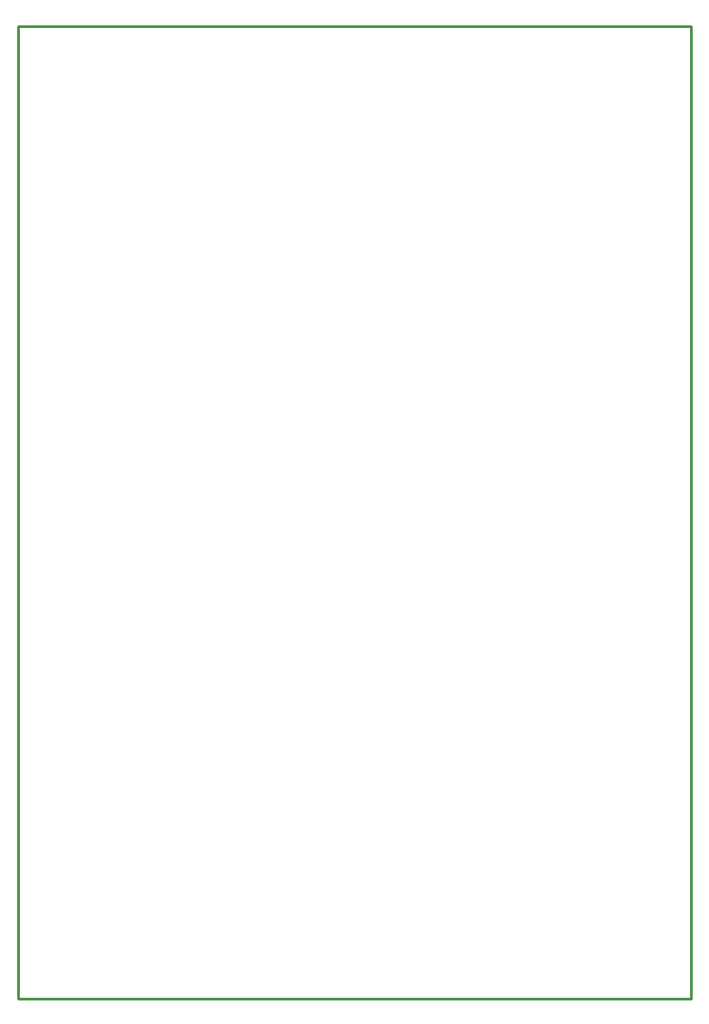
<source format=gbr>
G04 EAGLE Gerber X2 export*
%TF.Part,Single*%
%TF.FileFunction,Profile,NP*%
%TF.FilePolarity,Positive*%
%TF.GenerationSoftware,Autodesk,EAGLE,9.2.2*%
%TF.CreationDate,2019-06-08T20:53:53Z*%
G75*
%MOMM*%
%FSLAX34Y34*%
%LPD*%
%IN*%
%AMOC8*
5,1,8,0,0,1.08239X$1,22.5*%
G01*
%ADD10C,0.254000*%


D10*
X0Y0D02*
X630000Y0D01*
X630000Y910000D01*
X0Y910000D01*
X0Y0D01*
M02*

</source>
